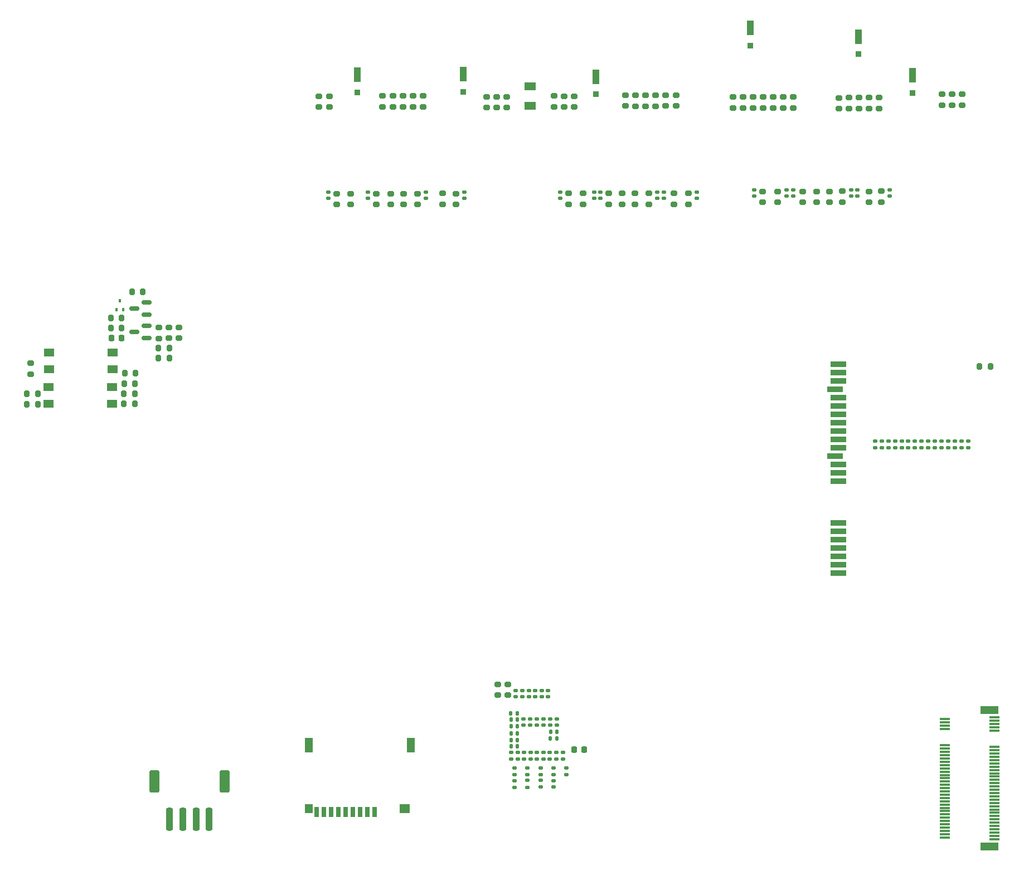
<source format=gbp>
G04 #@! TF.GenerationSoftware,KiCad,Pcbnew,8.0.0-rc1*
G04 #@! TF.CreationDate,2024-04-08T12:56:38+03:00*
G04 #@! TF.ProjectId,MXVR_3566,4d585652-5f33-4353-9636-2e6b69636164,REV1*
G04 #@! TF.SameCoordinates,Original*
G04 #@! TF.FileFunction,Paste,Bot*
G04 #@! TF.FilePolarity,Positive*
%FSLAX46Y46*%
G04 Gerber Fmt 4.6, Leading zero omitted, Abs format (unit mm)*
G04 Created by KiCad (PCBNEW 8.0.0-rc1) date 2024-04-08 12:56:38*
%MOMM*%
%LPD*%
G01*
G04 APERTURE LIST*
G04 Aperture macros list*
%AMRoundRect*
0 Rectangle with rounded corners*
0 $1 Rounding radius*
0 $2 $3 $4 $5 $6 $7 $8 $9 X,Y pos of 4 corners*
0 Add a 4 corners polygon primitive as box body*
4,1,4,$2,$3,$4,$5,$6,$7,$8,$9,$2,$3,0*
0 Add four circle primitives for the rounded corners*
1,1,$1+$1,$2,$3*
1,1,$1+$1,$4,$5*
1,1,$1+$1,$6,$7*
1,1,$1+$1,$8,$9*
0 Add four rect primitives between the rounded corners*
20,1,$1+$1,$2,$3,$4,$5,0*
20,1,$1+$1,$4,$5,$6,$7,0*
20,1,$1+$1,$6,$7,$8,$9,0*
20,1,$1+$1,$8,$9,$2,$3,0*%
G04 Aperture macros list end*
%ADD10RoundRect,0.135000X-0.185000X0.135000X-0.185000X-0.135000X0.185000X-0.135000X0.185000X0.135000X0*%
%ADD11RoundRect,0.140000X-0.170000X0.140000X-0.170000X-0.140000X0.170000X-0.140000X0.170000X0.140000X0*%
%ADD12RoundRect,0.140000X0.170000X-0.140000X0.170000X0.140000X-0.170000X0.140000X-0.170000X-0.140000X0*%
%ADD13RoundRect,0.200000X-0.275000X0.200000X-0.275000X-0.200000X0.275000X-0.200000X0.275000X0.200000X0*%
%ADD14RoundRect,0.150000X0.587500X0.150000X-0.587500X0.150000X-0.587500X-0.150000X0.587500X-0.150000X0*%
%ADD15RoundRect,0.200000X0.275000X-0.200000X0.275000X0.200000X-0.275000X0.200000X-0.275000X-0.200000X0*%
%ADD16R,1.120000X2.170000*%
%ADD17R,0.850000X0.850000*%
%ADD18RoundRect,0.135000X0.185000X-0.135000X0.185000X0.135000X-0.185000X0.135000X-0.185000X-0.135000X0*%
%ADD19RoundRect,0.218750X0.218750X0.256250X-0.218750X0.256250X-0.218750X-0.256250X0.218750X-0.256250X0*%
%ADD20RoundRect,0.140000X-0.140000X-0.170000X0.140000X-0.170000X0.140000X0.170000X-0.140000X0.170000X0*%
%ADD21RoundRect,0.140000X0.140000X0.170000X-0.140000X0.170000X-0.140000X-0.170000X0.140000X-0.170000X0*%
%ADD22RoundRect,0.200000X0.200000X0.275000X-0.200000X0.275000X-0.200000X-0.275000X0.200000X-0.275000X0*%
%ADD23R,0.700000X1.600000*%
%ADD24R,1.200000X1.400000*%
%ADD25R,1.200000X2.200000*%
%ADD26R,1.600000X1.400000*%
%ADD27R,1.800000X1.200000*%
%ADD28R,1.500000X1.250000*%
%ADD29R,0.400000X0.510000*%
%ADD30R,1.550000X0.300000*%
%ADD31R,2.750000X1.200000*%
%ADD32RoundRect,0.200000X-0.200000X-0.275000X0.200000X-0.275000X0.200000X0.275000X-0.200000X0.275000X0*%
%ADD33R,2.400000X0.900000*%
%ADD34RoundRect,0.225000X-0.225000X-0.250000X0.225000X-0.250000X0.225000X0.250000X-0.225000X0.250000X0*%
%ADD35RoundRect,0.250000X-0.250000X-1.500000X0.250000X-1.500000X0.250000X1.500000X-0.250000X1.500000X0*%
%ADD36RoundRect,0.250001X-0.499999X-1.449999X0.499999X-1.449999X0.499999X1.449999X-0.499999X1.449999X0*%
G04 APERTURE END LIST*
D10*
X187090000Y-93200000D03*
X187090000Y-94220000D03*
D11*
X139350000Y-55340000D03*
X139350000Y-56300000D03*
D12*
X134620000Y-141510000D03*
X134620000Y-140550000D03*
D13*
X108450000Y-55575000D03*
X108450000Y-57225000D03*
X116360000Y-55570000D03*
X116360000Y-57220000D03*
D11*
X119660000Y-55350000D03*
X119660000Y-56310000D03*
D10*
X191120000Y-93210000D03*
X191120000Y-94230000D03*
X196160000Y-93190000D03*
X196160000Y-94210000D03*
D12*
X128730000Y-141510000D03*
X128730000Y-140550000D03*
D14*
X71395000Y-72120000D03*
X71395000Y-74020000D03*
X69520000Y-73070000D03*
X71420000Y-75660000D03*
X71420000Y-77560000D03*
X69545000Y-76610000D03*
D11*
X133240000Y-144840000D03*
X133240000Y-145800000D03*
D15*
X53770000Y-83005000D03*
X53770000Y-81355000D03*
D11*
X104990000Y-55360000D03*
X104990000Y-56320000D03*
D13*
X167210000Y-55240000D03*
X167210000Y-56890000D03*
X151500000Y-55570000D03*
X151500000Y-57220000D03*
D15*
X145665000Y-42280000D03*
X145665000Y-40630000D03*
D12*
X127750000Y-141510000D03*
X127750000Y-140550000D03*
D11*
X131700000Y-135450000D03*
X131700000Y-136410000D03*
D16*
X163130000Y-30380000D03*
D17*
X163130000Y-33060000D03*
D18*
X194150000Y-94220000D03*
X194150000Y-93200000D03*
D13*
X163530000Y-40895000D03*
X163530000Y-42545000D03*
D10*
X186090000Y-93200000D03*
X186090000Y-94220000D03*
D19*
X137887500Y-140100000D03*
X136312500Y-140100000D03*
D10*
X184080000Y-93200000D03*
X184080000Y-94220000D03*
D13*
X145590000Y-55555000D03*
X145590000Y-57205000D03*
X126100000Y-40860000D03*
X126100000Y-42510000D03*
X111840000Y-40745000D03*
X111840000Y-42395000D03*
D18*
X129250000Y-145830000D03*
X129250000Y-144810000D03*
X195150000Y-94220000D03*
X195150000Y-93200000D03*
D11*
X133730000Y-135460000D03*
X133730000Y-136420000D03*
D13*
X168090000Y-40885000D03*
X168090000Y-42535000D03*
D20*
X126730000Y-135570000D03*
X127690000Y-135570000D03*
D13*
X183000000Y-55225000D03*
X183000000Y-56875000D03*
D12*
X126770000Y-141520000D03*
X126770000Y-140560000D03*
D15*
X124710000Y-131845000D03*
X124710000Y-130195000D03*
D21*
X127680000Y-134580000D03*
X126720000Y-134580000D03*
D12*
X132400000Y-132060000D03*
X132400000Y-131100000D03*
D13*
X173150000Y-55245000D03*
X173150000Y-56895000D03*
X182680000Y-41000000D03*
X182680000Y-42650000D03*
X134840000Y-40755000D03*
X134840000Y-42405000D03*
D22*
X74860000Y-80570000D03*
X73210000Y-80570000D03*
D15*
X76280000Y-77575000D03*
X76280000Y-75925000D03*
D22*
X69720000Y-82910000D03*
X68070000Y-82910000D03*
D13*
X171030000Y-55245000D03*
X171030000Y-56895000D03*
D15*
X73240000Y-77585000D03*
X73240000Y-75935000D03*
D13*
X118390000Y-55575000D03*
X118390000Y-57225000D03*
X193710000Y-40470000D03*
X193710000Y-42120000D03*
X161990000Y-40895000D03*
X161990000Y-42545000D03*
X136370000Y-40755000D03*
X136370000Y-42405000D03*
D12*
X131420000Y-132060000D03*
X131420000Y-131100000D03*
D22*
X54885000Y-85990000D03*
X53235000Y-85990000D03*
D20*
X126740000Y-136590000D03*
X127700000Y-136590000D03*
D13*
X195230000Y-40470000D03*
X195230000Y-42120000D03*
X141590000Y-55565000D03*
X141590000Y-57215000D03*
D12*
X131670000Y-141510000D03*
X131670000Y-140550000D03*
D13*
X100270000Y-55585000D03*
X100270000Y-57235000D03*
D16*
X139600000Y-37800000D03*
D17*
X139600000Y-40480000D03*
D23*
X106000000Y-149560000D03*
X104900000Y-149560000D03*
X103800000Y-149560000D03*
X102700000Y-149560000D03*
X101600000Y-149560000D03*
X100500000Y-149560000D03*
X99400000Y-149560000D03*
X98300000Y-149560000D03*
X97200000Y-149560000D03*
D24*
X96000000Y-149060000D03*
D25*
X96000000Y-139460000D03*
X111500000Y-139460000D03*
D26*
X110600000Y-149060000D03*
D13*
X106240000Y-55585000D03*
X106240000Y-57235000D03*
D11*
X140330000Y-55340000D03*
X140330000Y-56300000D03*
D27*
X129690000Y-42195000D03*
X129690000Y-39295000D03*
D13*
X151795000Y-40620000D03*
X151795000Y-42270000D03*
D18*
X131270000Y-145820000D03*
X131270000Y-144800000D03*
D10*
X189100000Y-93200000D03*
X189100000Y-94220000D03*
D13*
X110310000Y-40740000D03*
X110310000Y-42390000D03*
X178110000Y-41000000D03*
X178110000Y-42650000D03*
X176580000Y-41020000D03*
X176580000Y-42670000D03*
D11*
X130700000Y-135450000D03*
X130700000Y-136410000D03*
D13*
X110440000Y-55585000D03*
X110440000Y-57235000D03*
D28*
X56530000Y-87570000D03*
X56530000Y-85030000D03*
X66190000Y-85030000D03*
X66190000Y-87570000D03*
D11*
X179320000Y-55030000D03*
X179320000Y-55990000D03*
X163700000Y-55020000D03*
X163700000Y-55980000D03*
X178380000Y-55010000D03*
X178380000Y-55970000D03*
D15*
X74760000Y-77575000D03*
X74760000Y-75925000D03*
D16*
X179525000Y-31705000D03*
D17*
X179525000Y-34385000D03*
D13*
X143600000Y-55550000D03*
X143600000Y-57200000D03*
X166570000Y-40900000D03*
X166570000Y-42550000D03*
D18*
X192120000Y-94220000D03*
X192120000Y-93200000D03*
D22*
X74855000Y-79050000D03*
X73205000Y-79050000D03*
D29*
X67830000Y-73195000D03*
X66830000Y-73195000D03*
X67330000Y-71905000D03*
D30*
X200184900Y-153715000D03*
X192634900Y-153465000D03*
X200184900Y-153215000D03*
X192634900Y-152965000D03*
X200184900Y-152715000D03*
X192634900Y-152465000D03*
X200184900Y-152215000D03*
X192634900Y-151965000D03*
X200184900Y-151715000D03*
X192634900Y-151465000D03*
X200184900Y-151215000D03*
X192634900Y-150965000D03*
X200184900Y-150715000D03*
X192634900Y-150465000D03*
X200184900Y-150215000D03*
X192634900Y-149965000D03*
X200184900Y-149715000D03*
X192634900Y-149465000D03*
X200184900Y-149215000D03*
X192634900Y-148965000D03*
X200184900Y-148715000D03*
X192634900Y-148465000D03*
X200184900Y-148215000D03*
X192634900Y-147965000D03*
X200184900Y-147715000D03*
X192634900Y-147465000D03*
X200184900Y-147215000D03*
X192634900Y-146965000D03*
X200184900Y-146715000D03*
X192634900Y-146465000D03*
X200184900Y-146215000D03*
X192634900Y-145965000D03*
X200184900Y-145715000D03*
X192634900Y-145465000D03*
X200184900Y-145215000D03*
X192634900Y-144965000D03*
X200184900Y-144715000D03*
X192634900Y-144465000D03*
X200184900Y-144215000D03*
X192634900Y-143965000D03*
X200184900Y-143715000D03*
X192634900Y-143465000D03*
X200184900Y-143215000D03*
X192634900Y-142965000D03*
X200184900Y-142715000D03*
X192634900Y-142465000D03*
X200184900Y-142215000D03*
X192634900Y-141965000D03*
X200184900Y-141715000D03*
X192634900Y-141465000D03*
X200184900Y-141215000D03*
X192634900Y-140965000D03*
X200184900Y-140715000D03*
X192634900Y-140465000D03*
X200184900Y-140215000D03*
X192634900Y-139965000D03*
X200184900Y-139715000D03*
X192634900Y-139465000D03*
X200184900Y-137215000D03*
X192634900Y-136965000D03*
X200184900Y-136715000D03*
X192634900Y-136465000D03*
X200184900Y-136215000D03*
X192634900Y-135965000D03*
X200184900Y-135715000D03*
X192634900Y-135465000D03*
X200184900Y-135215000D03*
D31*
X199409900Y-154815000D03*
X199409900Y-134115000D03*
D18*
X188090000Y-94220000D03*
X188090000Y-93200000D03*
D13*
X102420000Y-55585000D03*
X102420000Y-57235000D03*
D18*
X133240000Y-143930000D03*
X133240000Y-142910000D03*
D13*
X165050000Y-40895000D03*
X165050000Y-42545000D03*
X192180000Y-40470000D03*
X192180000Y-42120000D03*
D18*
X127260000Y-145840000D03*
X127260000Y-144820000D03*
D13*
X177090000Y-55230000D03*
X177090000Y-56880000D03*
X126240000Y-130195000D03*
X126240000Y-131845000D03*
X160470000Y-40885000D03*
X160470000Y-42535000D03*
D18*
X129250000Y-143910000D03*
X129250000Y-142890000D03*
D13*
X113360000Y-40735000D03*
X113360000Y-42385000D03*
X133310000Y-40740000D03*
X133310000Y-42390000D03*
X147690000Y-55555000D03*
X147690000Y-57205000D03*
X99160000Y-40780000D03*
X99160000Y-42430000D03*
X181160000Y-41000000D03*
X181160000Y-42650000D03*
X153680000Y-55570000D03*
X153680000Y-57220000D03*
D10*
X183070000Y-93200000D03*
X183070000Y-94220000D03*
D13*
X148735000Y-40635000D03*
X148735000Y-42285000D03*
X135450000Y-55555000D03*
X135450000Y-57205000D03*
X108780000Y-40740000D03*
X108780000Y-42390000D03*
D12*
X133630000Y-141510000D03*
X133630000Y-140550000D03*
X127490000Y-132060000D03*
X127490000Y-131100000D03*
D32*
X197895000Y-81850000D03*
X199545000Y-81850000D03*
X53235000Y-87580000D03*
X54885000Y-87580000D03*
X67955000Y-86020000D03*
X69605000Y-86020000D03*
D13*
X123070000Y-40850000D03*
X123070000Y-42500000D03*
D20*
X126740000Y-137620000D03*
X127700000Y-137620000D03*
D11*
X154950000Y-55345000D03*
X154950000Y-56305000D03*
D13*
X164960000Y-55235000D03*
X164960000Y-56885000D03*
D10*
X185090000Y-93190000D03*
X185090000Y-94210000D03*
D13*
X175080000Y-55245000D03*
X175080000Y-56895000D03*
X112575000Y-55575000D03*
X112575000Y-57225000D03*
D33*
X176480000Y-99315000D03*
X176480000Y-98035000D03*
X176480000Y-96765000D03*
X175980000Y-95495000D03*
X176480000Y-94225000D03*
X176480000Y-92955000D03*
X176480000Y-91685000D03*
X176480000Y-90415000D03*
X176480000Y-89145000D03*
X176480000Y-87875000D03*
X176480000Y-86605000D03*
X175980000Y-85335000D03*
X176480000Y-84065000D03*
X176480000Y-82795000D03*
X176480000Y-81525000D03*
X176480000Y-113275000D03*
X176480000Y-112005000D03*
X176480000Y-110735000D03*
X176480000Y-109465000D03*
X176480000Y-108195000D03*
X176480000Y-106925000D03*
X176480000Y-105655000D03*
D11*
X169630000Y-55010000D03*
X169630000Y-55970000D03*
D16*
X103385000Y-37520000D03*
D17*
X103385000Y-40200000D03*
D32*
X65975000Y-74500000D03*
X67625000Y-74500000D03*
D22*
X69620000Y-84480000D03*
X67970000Y-84480000D03*
D16*
X187765000Y-37615000D03*
D17*
X187765000Y-40295000D03*
D13*
X97600000Y-40790000D03*
X97600000Y-42440000D03*
D10*
X193140000Y-93200000D03*
X193140000Y-94220000D03*
D11*
X148960000Y-55330000D03*
X148960000Y-56290000D03*
D12*
X129710000Y-141510000D03*
X129710000Y-140550000D03*
D21*
X127700000Y-139610000D03*
X126740000Y-139610000D03*
D15*
X147205000Y-42285000D03*
X147205000Y-40635000D03*
D13*
X181120000Y-55235000D03*
X181120000Y-56885000D03*
D11*
X134200000Y-55330000D03*
X134200000Y-56290000D03*
D20*
X126740000Y-138630000D03*
X127700000Y-138630000D03*
D10*
X190110000Y-93200000D03*
X190110000Y-94220000D03*
D13*
X124580000Y-40855000D03*
X124580000Y-42505000D03*
X144105000Y-40620000D03*
X144105000Y-42270000D03*
D11*
X128670000Y-135450000D03*
X128670000Y-136410000D03*
D13*
X169640000Y-40885000D03*
X169640000Y-42535000D03*
D22*
X69605000Y-87560000D03*
X67955000Y-87560000D03*
D32*
X65975000Y-76010000D03*
X67625000Y-76010000D03*
D21*
X133720000Y-137390000D03*
X132760000Y-137390000D03*
D16*
X119475000Y-37430000D03*
D17*
X119475000Y-40110000D03*
D12*
X129470000Y-132060000D03*
X129470000Y-131100000D03*
D11*
X135150000Y-142930000D03*
X135150000Y-143890000D03*
X184260000Y-55010000D03*
X184260000Y-55970000D03*
D13*
X150255000Y-40620000D03*
X150255000Y-42270000D03*
D22*
X70835000Y-70530000D03*
X69185000Y-70530000D03*
D11*
X132730000Y-135450000D03*
X132730000Y-136410000D03*
D12*
X132650000Y-141510000D03*
X132650000Y-140550000D03*
X130690000Y-141510000D03*
X130690000Y-140550000D03*
D11*
X168590000Y-55000000D03*
X168590000Y-55960000D03*
D21*
X133690000Y-138390000D03*
X132730000Y-138390000D03*
D18*
X131270000Y-143900000D03*
X131270000Y-142880000D03*
D11*
X99010000Y-55360000D03*
X99010000Y-56320000D03*
D28*
X56552500Y-82317500D03*
X56552500Y-79777500D03*
X66212500Y-79777500D03*
X66212500Y-82317500D03*
D13*
X179620000Y-41000000D03*
X179620000Y-42650000D03*
D11*
X113830000Y-55340000D03*
X113830000Y-56300000D03*
D34*
X66035000Y-77550000D03*
X67585000Y-77550000D03*
D18*
X127260000Y-143920000D03*
X127260000Y-142900000D03*
D13*
X107250000Y-40735000D03*
X107250000Y-42385000D03*
D11*
X182080000Y-93230000D03*
X182080000Y-94190000D03*
D35*
X74910000Y-150670000D03*
X76910000Y-150670000D03*
X78910000Y-150670000D03*
X80910000Y-150670000D03*
D36*
X72560000Y-144920000D03*
X83260000Y-144920000D03*
D12*
X130440000Y-132060000D03*
X130440000Y-131100000D03*
D13*
X137700000Y-55555000D03*
X137700000Y-57205000D03*
D12*
X128480000Y-132060000D03*
X128480000Y-131100000D03*
D11*
X129690000Y-135440000D03*
X129690000Y-136400000D03*
X149960000Y-55330000D03*
X149960000Y-56290000D03*
M02*

</source>
